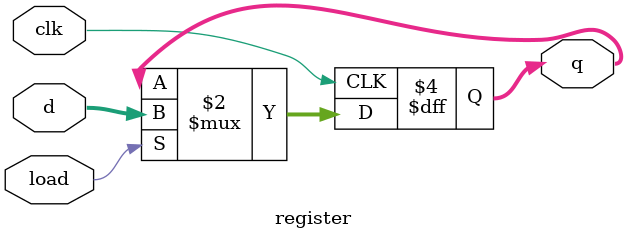
<source format=v>
`timescale 1ns/1ps
`default_nettype none

module register (
    input wire[3:0] d,
    input wire clk, load,
    output reg [3:0] q
);

always @(posedge clk) begin
    if (load) begin
        q <= d;
    end
end

endmodule   
</source>
